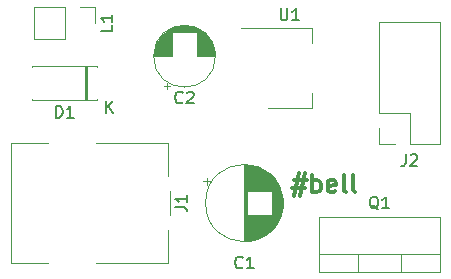
<source format=gto>
G04 #@! TF.GenerationSoftware,KiCad,Pcbnew,5.0.2-bee76a0~70~ubuntu18.04.1*
G04 #@! TF.CreationDate,2019-03-13T17:32:59-07:00*
G04 #@! TF.ProjectId,shellbell,7368656c-6c62-4656-9c6c-2e6b69636164,rev?*
G04 #@! TF.SameCoordinates,Original*
G04 #@! TF.FileFunction,Legend,Top*
G04 #@! TF.FilePolarity,Positive*
%FSLAX46Y46*%
G04 Gerber Fmt 4.6, Leading zero omitted, Abs format (unit mm)*
G04 Created by KiCad (PCBNEW 5.0.2-bee76a0~70~ubuntu18.04.1) date Wed 13 Mar 2019 05:32:59 PM PDT*
%MOMM*%
%LPD*%
G01*
G04 APERTURE LIST*
%ADD10C,0.300000*%
%ADD11C,0.120000*%
%ADD12C,0.150000*%
G04 APERTURE END LIST*
D10*
X162928571Y-83178571D02*
X164000000Y-83178571D01*
X163357142Y-82535714D02*
X162928571Y-84464285D01*
X163857142Y-83821428D02*
X162785714Y-83821428D01*
X163428571Y-84464285D02*
X163857142Y-82535714D01*
X164500000Y-84178571D02*
X164500000Y-82678571D01*
X164500000Y-83250000D02*
X164642857Y-83178571D01*
X164928571Y-83178571D01*
X165071428Y-83250000D01*
X165142857Y-83321428D01*
X165214285Y-83464285D01*
X165214285Y-83892857D01*
X165142857Y-84035714D01*
X165071428Y-84107142D01*
X164928571Y-84178571D01*
X164642857Y-84178571D01*
X164500000Y-84107142D01*
X166428571Y-84107142D02*
X166285714Y-84178571D01*
X166000000Y-84178571D01*
X165857142Y-84107142D01*
X165785714Y-83964285D01*
X165785714Y-83392857D01*
X165857142Y-83250000D01*
X166000000Y-83178571D01*
X166285714Y-83178571D01*
X166428571Y-83250000D01*
X166500000Y-83392857D01*
X166500000Y-83535714D01*
X165785714Y-83678571D01*
X167357142Y-84178571D02*
X167214285Y-84107142D01*
X167142857Y-83964285D01*
X167142857Y-82678571D01*
X168142857Y-84178571D02*
X168000000Y-84107142D01*
X167928571Y-83964285D01*
X167928571Y-82678571D01*
D11*
G04 #@! TO.C,D1*
X145450000Y-76400000D02*
X145450000Y-73460000D01*
X145210000Y-76400000D02*
X145210000Y-73460000D01*
X145330000Y-76400000D02*
X145330000Y-73460000D01*
X140790000Y-73460000D02*
X140790000Y-73590000D01*
X146230000Y-73460000D02*
X140790000Y-73460000D01*
X146230000Y-73590000D02*
X146230000Y-73460000D01*
X140790000Y-76400000D02*
X140790000Y-76270000D01*
X146230000Y-76400000D02*
X140790000Y-76400000D01*
X146230000Y-76270000D02*
X146230000Y-76400000D01*
G04 #@! TO.C,U1*
X158460000Y-70250000D02*
X164470000Y-70250000D01*
X160710000Y-77070000D02*
X164470000Y-77070000D01*
X164470000Y-70250000D02*
X164470000Y-71510000D01*
X164470000Y-77070000D02*
X164470000Y-75810000D01*
G04 #@! TO.C,J1*
X152430000Y-84090000D02*
X152430000Y-86090000D01*
X139020000Y-79980000D02*
X142080000Y-79980000D01*
X139020000Y-90200000D02*
X139020000Y-79980000D01*
X142080000Y-90200000D02*
X139020000Y-90200000D01*
X152240000Y-90200000D02*
X146180000Y-90200000D01*
X152240000Y-87390000D02*
X152240000Y-90200000D01*
X152240000Y-79980000D02*
X152240000Y-82790000D01*
X146180000Y-79980000D02*
X152240000Y-79980000D01*
G04 #@! TO.C,C2*
X151945000Y-75214775D02*
X152445000Y-75214775D01*
X152195000Y-75464775D02*
X152195000Y-74964775D01*
X153386000Y-70059000D02*
X153954000Y-70059000D01*
X153152000Y-70099000D02*
X154188000Y-70099000D01*
X152993000Y-70139000D02*
X154347000Y-70139000D01*
X152865000Y-70179000D02*
X154475000Y-70179000D01*
X152755000Y-70219000D02*
X154585000Y-70219000D01*
X152659000Y-70259000D02*
X154681000Y-70259000D01*
X152572000Y-70299000D02*
X154768000Y-70299000D01*
X152492000Y-70339000D02*
X154848000Y-70339000D01*
X152419000Y-70379000D02*
X154921000Y-70379000D01*
X152351000Y-70419000D02*
X154989000Y-70419000D01*
X152287000Y-70459000D02*
X155053000Y-70459000D01*
X152227000Y-70499000D02*
X155113000Y-70499000D01*
X152170000Y-70539000D02*
X155170000Y-70539000D01*
X152116000Y-70579000D02*
X155224000Y-70579000D01*
X152065000Y-70619000D02*
X155275000Y-70619000D01*
X154710000Y-70659000D02*
X155323000Y-70659000D01*
X152017000Y-70659000D02*
X152630000Y-70659000D01*
X154710000Y-70699000D02*
X155369000Y-70699000D01*
X151971000Y-70699000D02*
X152630000Y-70699000D01*
X154710000Y-70739000D02*
X155413000Y-70739000D01*
X151927000Y-70739000D02*
X152630000Y-70739000D01*
X154710000Y-70779000D02*
X155455000Y-70779000D01*
X151885000Y-70779000D02*
X152630000Y-70779000D01*
X154710000Y-70819000D02*
X155496000Y-70819000D01*
X151844000Y-70819000D02*
X152630000Y-70819000D01*
X154710000Y-70859000D02*
X155534000Y-70859000D01*
X151806000Y-70859000D02*
X152630000Y-70859000D01*
X154710000Y-70899000D02*
X155571000Y-70899000D01*
X151769000Y-70899000D02*
X152630000Y-70899000D01*
X154710000Y-70939000D02*
X155607000Y-70939000D01*
X151733000Y-70939000D02*
X152630000Y-70939000D01*
X154710000Y-70979000D02*
X155641000Y-70979000D01*
X151699000Y-70979000D02*
X152630000Y-70979000D01*
X154710000Y-71019000D02*
X155674000Y-71019000D01*
X151666000Y-71019000D02*
X152630000Y-71019000D01*
X154710000Y-71059000D02*
X155705000Y-71059000D01*
X151635000Y-71059000D02*
X152630000Y-71059000D01*
X154710000Y-71099000D02*
X155735000Y-71099000D01*
X151605000Y-71099000D02*
X152630000Y-71099000D01*
X154710000Y-71139000D02*
X155765000Y-71139000D01*
X151575000Y-71139000D02*
X152630000Y-71139000D01*
X154710000Y-71179000D02*
X155792000Y-71179000D01*
X151548000Y-71179000D02*
X152630000Y-71179000D01*
X154710000Y-71219000D02*
X155819000Y-71219000D01*
X151521000Y-71219000D02*
X152630000Y-71219000D01*
X154710000Y-71259000D02*
X155845000Y-71259000D01*
X151495000Y-71259000D02*
X152630000Y-71259000D01*
X154710000Y-71299000D02*
X155870000Y-71299000D01*
X151470000Y-71299000D02*
X152630000Y-71299000D01*
X154710000Y-71339000D02*
X155894000Y-71339000D01*
X151446000Y-71339000D02*
X152630000Y-71339000D01*
X154710000Y-71379000D02*
X155917000Y-71379000D01*
X151423000Y-71379000D02*
X152630000Y-71379000D01*
X154710000Y-71419000D02*
X155938000Y-71419000D01*
X151402000Y-71419000D02*
X152630000Y-71419000D01*
X154710000Y-71459000D02*
X155960000Y-71459000D01*
X151380000Y-71459000D02*
X152630000Y-71459000D01*
X154710000Y-71499000D02*
X155980000Y-71499000D01*
X151360000Y-71499000D02*
X152630000Y-71499000D01*
X154710000Y-71539000D02*
X155999000Y-71539000D01*
X151341000Y-71539000D02*
X152630000Y-71539000D01*
X154710000Y-71579000D02*
X156018000Y-71579000D01*
X151322000Y-71579000D02*
X152630000Y-71579000D01*
X154710000Y-71619000D02*
X156035000Y-71619000D01*
X151305000Y-71619000D02*
X152630000Y-71619000D01*
X154710000Y-71659000D02*
X156052000Y-71659000D01*
X151288000Y-71659000D02*
X152630000Y-71659000D01*
X154710000Y-71699000D02*
X156068000Y-71699000D01*
X151272000Y-71699000D02*
X152630000Y-71699000D01*
X154710000Y-71739000D02*
X156084000Y-71739000D01*
X151256000Y-71739000D02*
X152630000Y-71739000D01*
X154710000Y-71779000D02*
X156098000Y-71779000D01*
X151242000Y-71779000D02*
X152630000Y-71779000D01*
X154710000Y-71819000D02*
X156112000Y-71819000D01*
X151228000Y-71819000D02*
X152630000Y-71819000D01*
X154710000Y-71859000D02*
X156125000Y-71859000D01*
X151215000Y-71859000D02*
X152630000Y-71859000D01*
X154710000Y-71899000D02*
X156138000Y-71899000D01*
X151202000Y-71899000D02*
X152630000Y-71899000D01*
X154710000Y-71939000D02*
X156150000Y-71939000D01*
X151190000Y-71939000D02*
X152630000Y-71939000D01*
X154710000Y-71980000D02*
X156161000Y-71980000D01*
X151179000Y-71980000D02*
X152630000Y-71980000D01*
X154710000Y-72020000D02*
X156171000Y-72020000D01*
X151169000Y-72020000D02*
X152630000Y-72020000D01*
X154710000Y-72060000D02*
X156181000Y-72060000D01*
X151159000Y-72060000D02*
X152630000Y-72060000D01*
X154710000Y-72100000D02*
X156190000Y-72100000D01*
X151150000Y-72100000D02*
X152630000Y-72100000D01*
X154710000Y-72140000D02*
X156198000Y-72140000D01*
X151142000Y-72140000D02*
X152630000Y-72140000D01*
X154710000Y-72180000D02*
X156206000Y-72180000D01*
X151134000Y-72180000D02*
X152630000Y-72180000D01*
X154710000Y-72220000D02*
X156213000Y-72220000D01*
X151127000Y-72220000D02*
X152630000Y-72220000D01*
X154710000Y-72260000D02*
X156220000Y-72260000D01*
X151120000Y-72260000D02*
X152630000Y-72260000D01*
X154710000Y-72300000D02*
X156226000Y-72300000D01*
X151114000Y-72300000D02*
X152630000Y-72300000D01*
X154710000Y-72340000D02*
X156231000Y-72340000D01*
X151109000Y-72340000D02*
X152630000Y-72340000D01*
X154710000Y-72380000D02*
X156235000Y-72380000D01*
X151105000Y-72380000D02*
X152630000Y-72380000D01*
X154710000Y-72420000D02*
X156239000Y-72420000D01*
X151101000Y-72420000D02*
X152630000Y-72420000D01*
X154710000Y-72460000D02*
X156243000Y-72460000D01*
X151097000Y-72460000D02*
X152630000Y-72460000D01*
X154710000Y-72500000D02*
X156246000Y-72500000D01*
X151094000Y-72500000D02*
X152630000Y-72500000D01*
X154710000Y-72540000D02*
X156248000Y-72540000D01*
X151092000Y-72540000D02*
X152630000Y-72540000D01*
X154710000Y-72580000D02*
X156249000Y-72580000D01*
X151091000Y-72580000D02*
X152630000Y-72580000D01*
X151090000Y-72620000D02*
X152630000Y-72620000D01*
X154710000Y-72620000D02*
X156250000Y-72620000D01*
X151090000Y-72660000D02*
X152630000Y-72660000D01*
X154710000Y-72660000D02*
X156250000Y-72660000D01*
X156290000Y-72660000D02*
G75*
G03X156290000Y-72660000I-2620000J0D01*
G01*
G04 #@! TO.C,C1*
X155544759Y-82936000D02*
X155544759Y-83566000D01*
X155229759Y-83251000D02*
X155859759Y-83251000D01*
X161971000Y-84688000D02*
X161971000Y-85492000D01*
X161931000Y-84457000D02*
X161931000Y-85723000D01*
X161891000Y-84288000D02*
X161891000Y-85892000D01*
X161851000Y-84150000D02*
X161851000Y-86030000D01*
X161811000Y-84031000D02*
X161811000Y-86149000D01*
X161771000Y-83925000D02*
X161771000Y-86255000D01*
X161731000Y-83828000D02*
X161731000Y-86352000D01*
X161691000Y-83740000D02*
X161691000Y-86440000D01*
X161651000Y-83658000D02*
X161651000Y-86522000D01*
X161611000Y-83581000D02*
X161611000Y-86599000D01*
X161571000Y-83509000D02*
X161571000Y-86671000D01*
X161531000Y-83440000D02*
X161531000Y-86740000D01*
X161491000Y-83376000D02*
X161491000Y-86804000D01*
X161451000Y-83314000D02*
X161451000Y-86866000D01*
X161411000Y-83256000D02*
X161411000Y-86924000D01*
X161371000Y-83200000D02*
X161371000Y-86980000D01*
X161331000Y-83146000D02*
X161331000Y-87034000D01*
X161291000Y-83095000D02*
X161291000Y-87085000D01*
X161251000Y-83046000D02*
X161251000Y-87134000D01*
X161211000Y-82998000D02*
X161211000Y-87182000D01*
X161171000Y-82953000D02*
X161171000Y-87227000D01*
X161131000Y-82908000D02*
X161131000Y-87272000D01*
X161091000Y-82866000D02*
X161091000Y-87314000D01*
X161051000Y-82825000D02*
X161051000Y-87355000D01*
X161011000Y-86130000D02*
X161011000Y-87395000D01*
X161011000Y-82785000D02*
X161011000Y-84050000D01*
X160971000Y-86130000D02*
X160971000Y-87433000D01*
X160971000Y-82747000D02*
X160971000Y-84050000D01*
X160931000Y-86130000D02*
X160931000Y-87470000D01*
X160931000Y-82710000D02*
X160931000Y-84050000D01*
X160891000Y-86130000D02*
X160891000Y-87506000D01*
X160891000Y-82674000D02*
X160891000Y-84050000D01*
X160851000Y-86130000D02*
X160851000Y-87540000D01*
X160851000Y-82640000D02*
X160851000Y-84050000D01*
X160811000Y-86130000D02*
X160811000Y-87574000D01*
X160811000Y-82606000D02*
X160811000Y-84050000D01*
X160771000Y-86130000D02*
X160771000Y-87606000D01*
X160771000Y-82574000D02*
X160771000Y-84050000D01*
X160731000Y-86130000D02*
X160731000Y-87638000D01*
X160731000Y-82542000D02*
X160731000Y-84050000D01*
X160691000Y-86130000D02*
X160691000Y-87668000D01*
X160691000Y-82512000D02*
X160691000Y-84050000D01*
X160651000Y-86130000D02*
X160651000Y-87697000D01*
X160651000Y-82483000D02*
X160651000Y-84050000D01*
X160611000Y-86130000D02*
X160611000Y-87726000D01*
X160611000Y-82454000D02*
X160611000Y-84050000D01*
X160571000Y-86130000D02*
X160571000Y-87754000D01*
X160571000Y-82426000D02*
X160571000Y-84050000D01*
X160531000Y-86130000D02*
X160531000Y-87780000D01*
X160531000Y-82400000D02*
X160531000Y-84050000D01*
X160491000Y-86130000D02*
X160491000Y-87806000D01*
X160491000Y-82374000D02*
X160491000Y-84050000D01*
X160451000Y-86130000D02*
X160451000Y-87832000D01*
X160451000Y-82348000D02*
X160451000Y-84050000D01*
X160411000Y-86130000D02*
X160411000Y-87856000D01*
X160411000Y-82324000D02*
X160411000Y-84050000D01*
X160371000Y-86130000D02*
X160371000Y-87880000D01*
X160371000Y-82300000D02*
X160371000Y-84050000D01*
X160331000Y-86130000D02*
X160331000Y-87902000D01*
X160331000Y-82278000D02*
X160331000Y-84050000D01*
X160291000Y-86130000D02*
X160291000Y-87924000D01*
X160291000Y-82256000D02*
X160291000Y-84050000D01*
X160251000Y-86130000D02*
X160251000Y-87946000D01*
X160251000Y-82234000D02*
X160251000Y-84050000D01*
X160211000Y-86130000D02*
X160211000Y-87966000D01*
X160211000Y-82214000D02*
X160211000Y-84050000D01*
X160171000Y-86130000D02*
X160171000Y-87986000D01*
X160171000Y-82194000D02*
X160171000Y-84050000D01*
X160131000Y-86130000D02*
X160131000Y-88006000D01*
X160131000Y-82174000D02*
X160131000Y-84050000D01*
X160091000Y-86130000D02*
X160091000Y-88024000D01*
X160091000Y-82156000D02*
X160091000Y-84050000D01*
X160051000Y-86130000D02*
X160051000Y-88042000D01*
X160051000Y-82138000D02*
X160051000Y-84050000D01*
X160011000Y-86130000D02*
X160011000Y-88060000D01*
X160011000Y-82120000D02*
X160011000Y-84050000D01*
X159971000Y-86130000D02*
X159971000Y-88076000D01*
X159971000Y-82104000D02*
X159971000Y-84050000D01*
X159931000Y-86130000D02*
X159931000Y-88092000D01*
X159931000Y-82088000D02*
X159931000Y-84050000D01*
X159891000Y-86130000D02*
X159891000Y-88108000D01*
X159891000Y-82072000D02*
X159891000Y-84050000D01*
X159851000Y-86130000D02*
X159851000Y-88123000D01*
X159851000Y-82057000D02*
X159851000Y-84050000D01*
X159811000Y-86130000D02*
X159811000Y-88137000D01*
X159811000Y-82043000D02*
X159811000Y-84050000D01*
X159771000Y-86130000D02*
X159771000Y-88151000D01*
X159771000Y-82029000D02*
X159771000Y-84050000D01*
X159731000Y-86130000D02*
X159731000Y-88164000D01*
X159731000Y-82016000D02*
X159731000Y-84050000D01*
X159691000Y-86130000D02*
X159691000Y-88176000D01*
X159691000Y-82004000D02*
X159691000Y-84050000D01*
X159651000Y-86130000D02*
X159651000Y-88188000D01*
X159651000Y-81992000D02*
X159651000Y-84050000D01*
X159611000Y-86130000D02*
X159611000Y-88200000D01*
X159611000Y-81980000D02*
X159611000Y-84050000D01*
X159571000Y-86130000D02*
X159571000Y-88211000D01*
X159571000Y-81969000D02*
X159571000Y-84050000D01*
X159531000Y-86130000D02*
X159531000Y-88221000D01*
X159531000Y-81959000D02*
X159531000Y-84050000D01*
X159491000Y-86130000D02*
X159491000Y-88231000D01*
X159491000Y-81949000D02*
X159491000Y-84050000D01*
X159451000Y-86130000D02*
X159451000Y-88240000D01*
X159451000Y-81940000D02*
X159451000Y-84050000D01*
X159410000Y-86130000D02*
X159410000Y-88249000D01*
X159410000Y-81931000D02*
X159410000Y-84050000D01*
X159370000Y-86130000D02*
X159370000Y-88257000D01*
X159370000Y-81923000D02*
X159370000Y-84050000D01*
X159330000Y-86130000D02*
X159330000Y-88265000D01*
X159330000Y-81915000D02*
X159330000Y-84050000D01*
X159290000Y-86130000D02*
X159290000Y-88272000D01*
X159290000Y-81908000D02*
X159290000Y-84050000D01*
X159250000Y-86130000D02*
X159250000Y-88279000D01*
X159250000Y-81901000D02*
X159250000Y-84050000D01*
X159210000Y-86130000D02*
X159210000Y-88285000D01*
X159210000Y-81895000D02*
X159210000Y-84050000D01*
X159170000Y-86130000D02*
X159170000Y-88291000D01*
X159170000Y-81889000D02*
X159170000Y-84050000D01*
X159130000Y-86130000D02*
X159130000Y-88296000D01*
X159130000Y-81884000D02*
X159130000Y-84050000D01*
X159090000Y-86130000D02*
X159090000Y-88301000D01*
X159090000Y-81879000D02*
X159090000Y-84050000D01*
X159050000Y-86130000D02*
X159050000Y-88305000D01*
X159050000Y-81875000D02*
X159050000Y-84050000D01*
X159010000Y-86130000D02*
X159010000Y-88308000D01*
X159010000Y-81872000D02*
X159010000Y-84050000D01*
X158970000Y-86130000D02*
X158970000Y-88312000D01*
X158970000Y-81868000D02*
X158970000Y-84050000D01*
X158930000Y-81866000D02*
X158930000Y-88314000D01*
X158890000Y-81863000D02*
X158890000Y-88317000D01*
X158850000Y-81862000D02*
X158850000Y-88318000D01*
X158810000Y-81860000D02*
X158810000Y-88320000D01*
X158770000Y-81860000D02*
X158770000Y-88320000D01*
X158730000Y-81860000D02*
X158730000Y-88320000D01*
X162000000Y-85090000D02*
G75*
G03X162000000Y-85090000I-3270000J0D01*
G01*
G04 #@! TO.C,L1*
X146110000Y-68520000D02*
X146110000Y-69850000D01*
X144780000Y-68520000D02*
X146110000Y-68520000D01*
X143510000Y-68520000D02*
X143510000Y-71180000D01*
X143510000Y-71180000D02*
X140910000Y-71180000D01*
X143510000Y-68520000D02*
X140910000Y-68520000D01*
X140910000Y-68520000D02*
X140910000Y-71180000D01*
G04 #@! TO.C,J2*
X171450000Y-80070000D02*
X170120000Y-80070000D01*
X170120000Y-80070000D02*
X170120000Y-78740000D01*
X172720000Y-80070000D02*
X172720000Y-77470000D01*
X172720000Y-77470000D02*
X170120000Y-77470000D01*
X170120000Y-77470000D02*
X170120000Y-69790000D01*
X175320000Y-69790000D02*
X170120000Y-69790000D01*
X175320000Y-80070000D02*
X175320000Y-69790000D01*
X175320000Y-80070000D02*
X172720000Y-80070000D01*
G04 #@! TO.C,Q1*
X168329000Y-90900000D02*
X168329000Y-89390000D01*
X172030000Y-90900000D02*
X172030000Y-89390000D01*
X175300000Y-89390000D02*
X165060000Y-89390000D01*
X165060000Y-90900000D02*
X165060000Y-86259000D01*
X175300000Y-90900000D02*
X175300000Y-86259000D01*
X175300000Y-86259000D02*
X165060000Y-86259000D01*
X175300000Y-90900000D02*
X165060000Y-90900000D01*
G04 #@! TO.C,D1*
D12*
X142771904Y-77852380D02*
X142771904Y-76852380D01*
X143010000Y-76852380D01*
X143152857Y-76900000D01*
X143248095Y-76995238D01*
X143295714Y-77090476D01*
X143343333Y-77280952D01*
X143343333Y-77423809D01*
X143295714Y-77614285D01*
X143248095Y-77709523D01*
X143152857Y-77804761D01*
X143010000Y-77852380D01*
X142771904Y-77852380D01*
X144295714Y-77852380D02*
X143724285Y-77852380D01*
X144010000Y-77852380D02*
X144010000Y-76852380D01*
X143914761Y-76995238D01*
X143819523Y-77090476D01*
X143724285Y-77138095D01*
X147058095Y-77482380D02*
X147058095Y-76482380D01*
X147629523Y-77482380D02*
X147200952Y-76910952D01*
X147629523Y-76482380D02*
X147058095Y-77053809D01*
G04 #@! TO.C,U1*
X161798095Y-68612380D02*
X161798095Y-69421904D01*
X161845714Y-69517142D01*
X161893333Y-69564761D01*
X161988571Y-69612380D01*
X162179047Y-69612380D01*
X162274285Y-69564761D01*
X162321904Y-69517142D01*
X162369523Y-69421904D01*
X162369523Y-68612380D01*
X163369523Y-69612380D02*
X162798095Y-69612380D01*
X163083809Y-69612380D02*
X163083809Y-68612380D01*
X162988571Y-68755238D01*
X162893333Y-68850476D01*
X162798095Y-68898095D01*
G04 #@! TO.C,J1*
X152882380Y-85423333D02*
X153596666Y-85423333D01*
X153739523Y-85470952D01*
X153834761Y-85566190D01*
X153882380Y-85709047D01*
X153882380Y-85804285D01*
X153882380Y-84423333D02*
X153882380Y-84994761D01*
X153882380Y-84709047D02*
X152882380Y-84709047D01*
X153025238Y-84804285D01*
X153120476Y-84899523D01*
X153168095Y-84994761D01*
G04 #@! TO.C,C2*
X153503333Y-76557142D02*
X153455714Y-76604761D01*
X153312857Y-76652380D01*
X153217619Y-76652380D01*
X153074761Y-76604761D01*
X152979523Y-76509523D01*
X152931904Y-76414285D01*
X152884285Y-76223809D01*
X152884285Y-76080952D01*
X152931904Y-75890476D01*
X152979523Y-75795238D01*
X153074761Y-75700000D01*
X153217619Y-75652380D01*
X153312857Y-75652380D01*
X153455714Y-75700000D01*
X153503333Y-75747619D01*
X153884285Y-75747619D02*
X153931904Y-75700000D01*
X154027142Y-75652380D01*
X154265238Y-75652380D01*
X154360476Y-75700000D01*
X154408095Y-75747619D01*
X154455714Y-75842857D01*
X154455714Y-75938095D01*
X154408095Y-76080952D01*
X153836666Y-76652380D01*
X154455714Y-76652380D01*
G04 #@! TO.C,C1*
X158583333Y-90527142D02*
X158535714Y-90574761D01*
X158392857Y-90622380D01*
X158297619Y-90622380D01*
X158154761Y-90574761D01*
X158059523Y-90479523D01*
X158011904Y-90384285D01*
X157964285Y-90193809D01*
X157964285Y-90050952D01*
X158011904Y-89860476D01*
X158059523Y-89765238D01*
X158154761Y-89670000D01*
X158297619Y-89622380D01*
X158392857Y-89622380D01*
X158535714Y-89670000D01*
X158583333Y-89717619D01*
X159535714Y-90622380D02*
X158964285Y-90622380D01*
X159250000Y-90622380D02*
X159250000Y-89622380D01*
X159154761Y-89765238D01*
X159059523Y-89860476D01*
X158964285Y-89908095D01*
G04 #@! TO.C,L1*
X147562380Y-70016666D02*
X147562380Y-70492857D01*
X146562380Y-70492857D01*
X147562380Y-69159523D02*
X147562380Y-69730952D01*
X147562380Y-69445238D02*
X146562380Y-69445238D01*
X146705238Y-69540476D01*
X146800476Y-69635714D01*
X146848095Y-69730952D01*
G04 #@! TO.C,J2*
X172386666Y-80962380D02*
X172386666Y-81676666D01*
X172339047Y-81819523D01*
X172243809Y-81914761D01*
X172100952Y-81962380D01*
X172005714Y-81962380D01*
X172815238Y-81057619D02*
X172862857Y-81010000D01*
X172958095Y-80962380D01*
X173196190Y-80962380D01*
X173291428Y-81010000D01*
X173339047Y-81057619D01*
X173386666Y-81152857D01*
X173386666Y-81248095D01*
X173339047Y-81390952D01*
X172767619Y-81962380D01*
X173386666Y-81962380D01*
G04 #@! TO.C,Q1*
X170084761Y-85637619D02*
X169989523Y-85590000D01*
X169894285Y-85494761D01*
X169751428Y-85351904D01*
X169656190Y-85304285D01*
X169560952Y-85304285D01*
X169608571Y-85542380D02*
X169513333Y-85494761D01*
X169418095Y-85399523D01*
X169370476Y-85209047D01*
X169370476Y-84875714D01*
X169418095Y-84685238D01*
X169513333Y-84590000D01*
X169608571Y-84542380D01*
X169799047Y-84542380D01*
X169894285Y-84590000D01*
X169989523Y-84685238D01*
X170037142Y-84875714D01*
X170037142Y-85209047D01*
X169989523Y-85399523D01*
X169894285Y-85494761D01*
X169799047Y-85542380D01*
X169608571Y-85542380D01*
X170989523Y-85542380D02*
X170418095Y-85542380D01*
X170703809Y-85542380D02*
X170703809Y-84542380D01*
X170608571Y-84685238D01*
X170513333Y-84780476D01*
X170418095Y-84828095D01*
G04 #@! TD*
M02*

</source>
